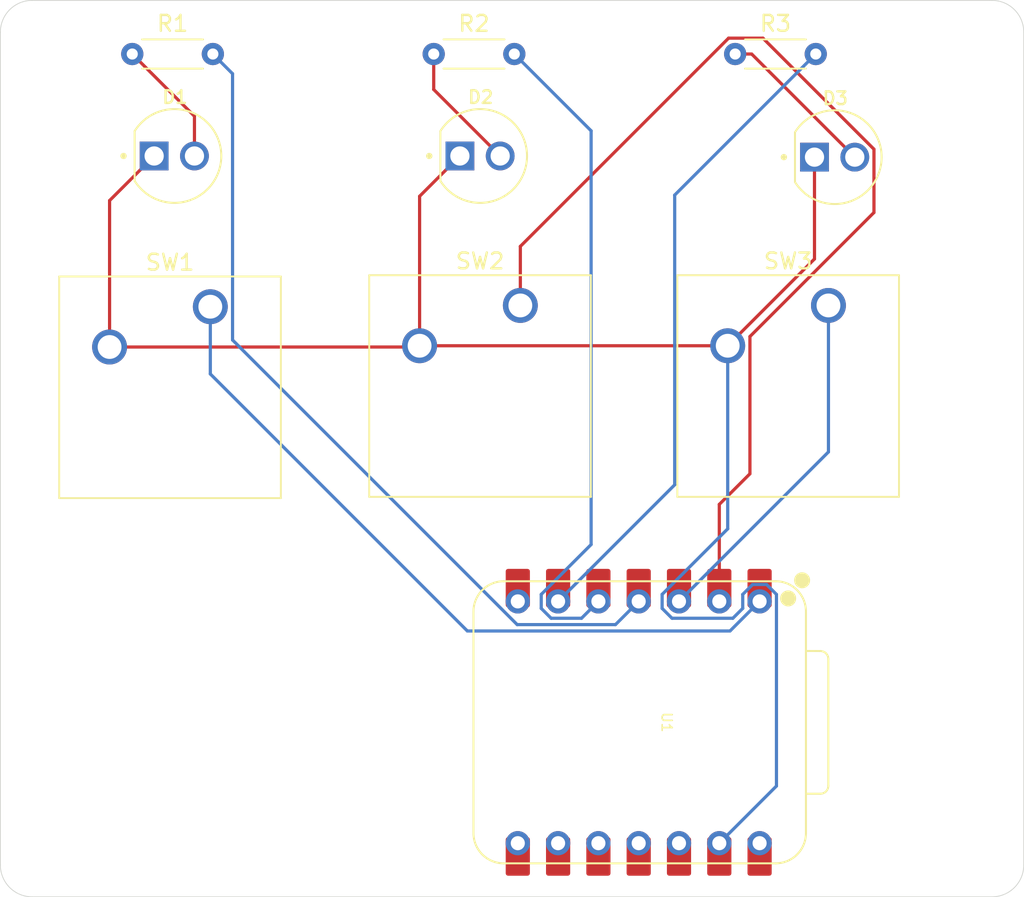
<source format=kicad_pcb>
(kicad_pcb (version 20241229) (generator "pcbnew") (generator_version "9.0")
  (layers (0 "F.Cu" signal) (2 "B.Cu" signal) (13 "F.Paste" user) (15 "B.Paste" user) (5 "F.SilkS" user "F.Silkscreen") (7 "B.SilkS" user "B.Silkscreen") (1 "F.Mask" user) (3 "B.Mask" user) (25 "Edge.Cuts" user))
  (net 0 "")
  (net 1 "GND")
  (net 2 "Net-(D1-PadA)")
  (net 3 "Net-(D2-PadA)")
  (net 4 "Net-(D3-PadA)")
  (net 5 "Led1")
  (net 6 "Led2")
  (net 7 "Led3")
  (net 8 "button1")
  (net 9 "button2")
  (net 10 "button3")
  (footprint "footprints:LEDRD254W57D500H1070" (layer "F.Cu") (at 133.9615 59.8065)
    (property "Reference" "D1" (at 0.04 -3.708 0) (layer "F.SilkS") (effects (font (size 0.8 0.8))))
    (property "Value" "L08R5000Q1")
    (fp_line (start -2.5 -1.566) (end -2.5 1.566) (stroke (width 0.127)) (layer "F.SilkS"))
    (fp_arc (start -2.5 -1.566) (mid 2.961291 0) (end -2.5 1.566) (stroke (width 0.127)) (layer "F.SilkS"))
    (fp_circle (center -3.2 0) (end -3.1 0) (stroke (width 0.2)) (fill no) (layer "F.SilkS"))
    (pad "A" thru_hole circle (at 1.27 0) (size 1.815 1.815) (drill 1.21) (layers "*.Cu" "*.Mask") (net 2 "Net-(D1-PadA)"))
    (pad "C" thru_hole rect (at -1.27 0) (size 1.815 1.815) (drill 1.21) (layers "*.Cu" "*.Mask") (net 1 "GND"))
  )
  (footprint "footprints:XIAO-RP2040-DIP" (layer "F.Cu") (at 163.2315 95.5 -90)
    (property "Reference" "U1" (at 0 -1.7685 270) (layer "F.SilkS") (effects (font (size 0.635 0.635) (thickness 0.1016))))
    (property "Value" "XIAO-RP2040-DIP")
    (fp_line (start -6.985 10.414) (end 6.985 10.414) (stroke (width 0.127)) (layer "F.SilkS"))
    (fp_line (start -8.89 8.509) (end -8.89 -8.636) (stroke (width 0.127)) (layer "F.SilkS"))
    (fp_line (start 8.89 8.509) (end 8.89 -8.636) (stroke (width 0.127)) (layer "F.SilkS"))
    (fp_line (start -4.495 -10.541) (end -4.491272 -11.451272) (stroke (width 0.127)) (layer "F.SilkS"))
    (fp_line (start 6.985 -10.541) (end -6.985 -10.541) (stroke (width 0.1)) (layer "F.SilkS"))
    (fp_line (start 6.985 -10.541) (end -6.985 -10.541) (stroke (width 0.127)) (layer "F.SilkS"))
    (fp_line (start 4.504 -11.451) (end 4.504 -10.541) (stroke (width 0.127)) (layer "F.SilkS"))
    (fp_line (start -3.991272 -11.951) (end 4.004 -11.951) (stroke (width 0.127)) (layer "F.SilkS"))
    (fp_arc (start -6.985 10.414) (mid -8.332038 9.856038) (end -8.89 8.509) (stroke (width 0.127)) (layer "F.SilkS"))
    (fp_arc (start 8.89 8.509) (mid 8.332038 9.856038) (end 6.985 10.414) (stroke (width 0.127)) (layer "F.SilkS"))
    (fp_arc (start -8.89 -8.636) (mid -8.332038 -9.983038) (end -6.985 -10.541) (stroke (width 0.127)) (layer "F.SilkS"))
    (fp_arc (start 6.985 -10.541) (mid 8.332038 -9.983038) (end 8.89 -8.636) (stroke (width 0.127)) (layer "F.SilkS"))
    (fp_arc (start -4.491272 -11.451272) (mid -4.344728 -11.80464) (end -3.991272 -11.951) (stroke (width 0.127)) (layer "F.SilkS"))
    (fp_arc (start 4.004 -11.951) (mid 4.357553 -11.804553) (end 4.504 -11.451) (stroke (width 0.127)) (layer "F.SilkS"))
    (fp_circle (center -7.807 -9.42) (end -7.807 -9.674) (stroke (width 0.5)) (fill yes) (layer "F.SilkS"))
    (fp_circle (center -8.95 -10.3) (end -8.95 -10.554) (stroke (width 0.5)) (fill yes) (layer "F.SilkS"))
    (pad "1" smd roundrect (at -8.455 -7.62 90) (size 2.432 1.524) (layers "F.Cu" "F.Mask") (roundrect_rratio 0.1) (net 8 "button1"))
    (pad "1" thru_hole circle (at -7.62 -7.62 90) (size 1.524 1.524) (drill 0.889) (layers "*.Cu" "*.Mask") (net 8 "button1"))
    (pad "2" smd roundrect (at -8.455 -5.08 90) (size 2.432 1.524) (layers "F.Cu" "F.Mask") (roundrect_rratio 0.1) (net 9 "button2"))
    (pad "2" thru_hole circle (at -7.62 -5.08 90) (size 1.524 1.524) (drill 0.889) (layers "*.Cu" "*.Mask") (net 9 "button2"))
    (pad "3" smd roundrect (at -8.455 -2.54 90) (size 2.432 1.524) (layers "F.Cu" "F.Mask") (roundrect_rratio 0.1) (net 10 "button3"))
    (pad "3" thru_hole circle (at -7.62 -2.54 90) (size 1.524 1.524) (drill 0.889) (layers "*.Cu" "*.Mask") (net 10 "button3"))
    (pad "4" smd roundrect (at -8.455 0 90) (size 2.432 1.524) (layers "F.Cu" "F.Mask") (roundrect_rratio 0.1) (net 5 "Led1"))
    (pad "4" thru_hole circle (at -7.62 0 90) (size 1.524 1.524) (drill 0.889) (layers "*.Cu" "*.Mask") (net 5 "Led1"))
    (pad "5" smd roundrect (at -8.455 2.54 90) (size 2.432 1.524) (layers "F.Cu" "F.Mask") (roundrect_rratio 0.1) (net 6 "Led2"))
    (pad "5" thru_hole circle (at -7.62 2.54 90) (size 1.524 1.524) (drill 0.889) (layers "*.Cu" "*.Mask") (net 6 "Led2"))
    (pad "6" smd roundrect (at -8.455 5.08 90) (size 2.432 1.524) (layers "F.Cu" "F.Mask") (roundrect_rratio 0.1) (net 7 "Led3"))
    (pad "6" thru_hole circle (at -7.62 5.08 90) (size 1.524 1.524) (drill 0.889) (layers "*.Cu" "*.Mask") (net 7 "Led3"))
    (pad "7" smd roundrect (at -8.455 7.62 90) (size 2.432 1.524) (layers "F.Cu" "F.Mask") (roundrect_rratio 0.1))
    (pad "7" thru_hole circle (at -7.62 7.62 90) (size 1.524 1.524) (drill 0.889) (layers "*.Cu" "*.Mask"))
    (pad "8" thru_hole circle (at 7.62 7.62 270) (size 1.524 1.524) (drill 0.889) (layers "*.Cu" "*.Mask"))
    (pad "8" smd roundrect (at 8.455 7.62 270) (size 2.432 1.524) (layers "F.Cu" "F.Mask") (roundrect_rratio 0.1))
    (pad "9" thru_hole circle (at 7.62 5.08 270) (size 1.524 1.524) (drill 0.889) (layers "*.Cu" "*.Mask"))
    (pad "9" smd roundrect (at 8.455 5.08 270) (size 2.432 1.524) (layers "F.Cu" "F.Mask") (roundrect_rratio 0.1))
    (pad "10" thru_hole circle (at 7.62 2.54 270) (size 1.524 1.524) (drill 0.889) (layers "*.Cu" "*.Mask"))
    (pad "10" smd roundrect (at 8.455 2.54 270) (size 2.432 1.524) (layers "F.Cu" "F.Mask") (roundrect_rratio 0.1))
    (pad "11" thru_hole circle (at 7.62 0 270) (size 1.524 1.524) (drill 0.889) (layers "*.Cu" "*.Mask"))
    (pad "11" smd roundrect (at 8.455 0 270) (size 2.432 1.524) (layers "F.Cu" "F.Mask") (roundrect_rratio 0.1))
    (pad "12" thru_hole circle (at 7.62 -2.54 270) (size 1.524 1.524) (drill 0.889) (layers "*.Cu" "*.Mask"))
    (pad "12" smd roundrect (at 8.455 -2.54 270) (size 2.432 1.524) (layers "F.Cu" "F.Mask") (roundrect_rratio 0.1))
    (pad "13" thru_hole circle (at 7.62 -5.08 270) (size 1.524 1.524) (drill 0.889) (layers "*.Cu" "*.Mask") (net 1 "GND"))
    (pad "13" smd roundrect (at 8.455 -5.08 270) (size 2.432 1.524) (layers "F.Cu" "F.Mask") (roundrect_rratio 0.1) (net 1 "GND"))
    (pad "14" thru_hole circle (at 7.62 -7.62 270) (size 1.524 1.524) (drill 0.889) (layers "*.Cu" "*.Mask"))
    (pad "14" smd roundrect (at 8.455 -7.62 270) (size 2.432 1.524) (layers "F.Cu" "F.Mask") (roundrect_rratio 0.1))
  )
  (footprint "Resistor_THT:R_Axial_DIN0204_L3.6mm_D1.6mm_P5.08mm_Horizontal" (layer "F.Cu") (at 169.3115 53.38)
    (property "Reference" "R3" (at 2.54 -1.92 0) (layer "F.SilkS"))
    (property "Value" "R")
    (fp_line (start 0.62 -0.92) (end 4.46 -0.92) (stroke (width 0.12)) (layer "F.SilkS"))
    (fp_line (start 0.62 0.92) (end 4.46 0.92) (stroke (width 0.12)) (layer "F.SilkS"))
    (pad "1" thru_hole circle (at 0 0) (size 1.4 1.4) (drill 0.7) (layers "*.Cu" "*.Mask") (net 4 "Net-(D3-PadA)"))
    (pad "2" thru_hole circle (at 5.08 0) (size 1.4 1.4) (drill 0.7) (layers "*.Cu" "*.Mask") (net 7 "Led3"))
  )
  (footprint "Resistor_THT:R_Axial_DIN0204_L3.6mm_D1.6mm_P5.08mm_Horizontal" (layer "F.Cu") (at 131.3115 53.38)
    (property "Reference" "R1" (at 2.54 -1.92 0) (layer "F.SilkS"))
    (property "Value" "R")
    (fp_line (start 0.62 -0.92) (end 4.46 -0.92) (stroke (width 0.12)) (layer "F.SilkS"))
    (fp_line (start 0.62 0.92) (end 4.46 0.92) (stroke (width 0.12)) (layer "F.SilkS"))
    (pad "1" thru_hole circle (at 0 0) (size 1.4 1.4) (drill 0.7) (layers "*.Cu" "*.Mask") (net 2 "Net-(D1-PadA)"))
    (pad "2" thru_hole circle (at 5.08 0) (size 1.4 1.4) (drill 0.7) (layers "*.Cu" "*.Mask") (net 5 "Led1"))
  )
  (footprint "footprints:LEDRD254W57D500H1070" (layer "F.Cu") (at 153.2315 59.8065)
    (property "Reference" "D2" (at 0.04 -3.708 0) (layer "F.SilkS") (effects (font (size 0.8 0.8))))
    (property "Value" "L08R5000Q1")
    (fp_line (start -2.5 -1.566) (end -2.5 1.566) (stroke (width 0.127)) (layer "F.SilkS"))
    (fp_arc (start -2.5 -1.566) (mid 2.961291 0) (end -2.5 1.566) (stroke (width 0.127)) (layer "F.SilkS"))
    (fp_circle (center -3.2 0) (end -3.1 0) (stroke (width 0.2)) (fill no) (layer "F.SilkS"))
    (pad "A" thru_hole circle (at 1.27 0) (size 1.815 1.815) (drill 1.21) (layers "*.Cu" "*.Mask") (net 3 "Net-(D2-PadA)"))
    (pad "C" thru_hole rect (at -1.27 0) (size 1.815 1.815) (drill 1.21) (layers "*.Cu" "*.Mask") (net 1 "GND"))
  )
  (footprint "Button_Switch_Keyboard:SW_Cherry_MX_1.00u_PCB" (layer "F.Cu") (at 155.7715 69.2265)
    (property "Reference" "SW2" (at -2.54 -2.794 0) (layer "F.SilkS"))
    (property "Value" "SW_Push")
    (fp_line (start -9.525 -1.905) (end 4.445 -1.905) (stroke (width 0.12)) (layer "F.SilkS"))
    (fp_line (start -9.525 12.065) (end -9.525 -1.905) (stroke (width 0.12)) (layer "F.SilkS"))
    (fp_line (start 4.445 -1.905) (end 4.445 12.065) (stroke (width 0.12)) (layer "F.SilkS"))
    (fp_line (start 4.445 12.065) (end -9.525 12.065) (stroke (width 0.12)) (layer "F.SilkS"))
    (pad "" np_thru_hole circle (at -7.62 5.08) (size 1.7 1.7) (drill 1.7) (layers "*.Cu" "*.Mask"))
    (pad "" np_thru_hole circle (at -2.54 5.08) (size 4 4) (drill 4) (layers "*.Cu" "*.Mask"))
    (pad "" np_thru_hole circle (at 2.54 5.08) (size 1.7 1.7) (drill 1.7) (layers "*.Cu" "*.Mask"))
    (pad "1" thru_hole circle (at 0 0) (size 2.2 2.2) (drill 1.5) (layers "*.Cu" "*.Mask") (net 9 "button2"))
    (pad "2" thru_hole circle (at -6.35 2.54) (size 2.2 2.2) (drill 1.5) (layers "*.Cu" "*.Mask") (net 1 "GND"))
  )
  (footprint "Button_Switch_Keyboard:SW_Cherry_MX_1.00u_PCB" (layer "F.Cu") (at 136.2315 69.3065)
    (property "Reference" "SW1" (at -2.54 -2.794 0) (layer "F.SilkS"))
    (property "Value" "SW_Push")
    (fp_line (start -9.525 -1.905) (end 4.445 -1.905) (stroke (width 0.12)) (layer "F.SilkS"))
    (fp_line (start -9.525 12.065) (end -9.525 -1.905) (stroke (width 0.12)) (layer "F.SilkS"))
    (fp_line (start 4.445 -1.905) (end 4.445 12.065) (stroke (width 0.12)) (layer "F.SilkS"))
    (fp_line (start 4.445 12.065) (end -9.525 12.065) (stroke (width 0.12)) (layer "F.SilkS"))
    (pad "" np_thru_hole circle (at -7.62 5.08) (size 1.7 1.7) (drill 1.7) (layers "*.Cu" "*.Mask"))
    (pad "" np_thru_hole circle (at -2.54 5.08) (size 4 4) (drill 4) (layers "*.Cu" "*.Mask"))
    (pad "" np_thru_hole circle (at 2.54 5.08) (size 1.7 1.7) (drill 1.7) (layers "*.Cu" "*.Mask"))
    (pad "1" thru_hole circle (at 0 0) (size 2.2 2.2) (drill 1.5) (layers "*.Cu" "*.Mask") (net 8 "button1"))
    (pad "2" thru_hole circle (at -6.35 2.54) (size 2.2 2.2) (drill 1.5) (layers "*.Cu" "*.Mask") (net 1 "GND"))
  )
  (footprint "Resistor_THT:R_Axial_DIN0204_L3.6mm_D1.6mm_P5.08mm_Horizontal" (layer "F.Cu") (at 150.3115 53.38)
    (property "Reference" "R2" (at 2.54 -1.92 0) (layer "F.SilkS"))
    (property "Value" "R")
    (fp_line (start 0.62 -0.92) (end 4.46 -0.92) (stroke (width 0.12)) (layer "F.SilkS"))
    (fp_line (start 0.62 0.92) (end 4.46 0.92) (stroke (width 0.12)) (layer "F.SilkS"))
    (pad "1" thru_hole circle (at 0 0) (size 1.4 1.4) (drill 0.7) (layers "*.Cu" "*.Mask") (net 3 "Net-(D2-PadA)"))
    (pad "2" thru_hole circle (at 5.08 0) (size 1.4 1.4) (drill 0.7) (layers "*.Cu" "*.Mask") (net 6 "Led2"))
  )
  (footprint "Button_Switch_Keyboard:SW_Cherry_MX_1.00u_PCB" (layer "F.Cu") (at 175.1915 69.2265)
    (property "Reference" "SW3" (at -2.54 -2.794 0) (layer "F.SilkS"))
    (property "Value" "SW_Push")
    (fp_line (start -9.525 -1.905) (end 4.445 -1.905) (stroke (width 0.12)) (layer "F.SilkS"))
    (fp_line (start -9.525 12.065) (end -9.525 -1.905) (stroke (width 0.12)) (layer "F.SilkS"))
    (fp_line (start 4.445 -1.905) (end 4.445 12.065) (stroke (width 0.12)) (layer "F.SilkS"))
    (fp_line (start 4.445 12.065) (end -9.525 12.065) (stroke (width 0.12)) (layer "F.SilkS"))
    (pad "" np_thru_hole circle (at -7.62 5.08) (size 1.7 1.7) (drill 1.7) (layers "*.Cu" "*.Mask"))
    (pad "" np_thru_hole circle (at -2.54 5.08) (size 4 4) (drill 4) (layers "*.Cu" "*.Mask"))
    (pad "" np_thru_hole circle (at 2.54 5.08) (size 1.7 1.7) (drill 1.7) (layers "*.Cu" "*.Mask"))
    (pad "1" thru_hole circle (at 0 0) (size 2.2 2.2) (drill 1.5) (layers "*.Cu" "*.Mask") (net 10 "button3"))
    (pad "2" thru_hole circle (at -6.35 2.54) (size 2.2 2.2) (drill 1.5) (layers "*.Cu" "*.Mask") (net 1 "GND"))
  )
  (footprint "footprints:LEDRD254W57D500H1070" (layer "F.Cu") (at 175.5815 59.88)
    (property "Reference" "D3" (at 0.04 -3.708 0) (layer "F.SilkS") (effects (font (size 0.8 0.8))))
    (property "Value" "L08R5000Q1")
    (fp_line (start -2.5 -1.566) (end -2.5 1.566) (stroke (width 0.127)) (layer "F.SilkS"))
    (fp_arc (start -2.5 -1.566) (mid 2.961291 0) (end -2.5 1.566) (stroke (width 0.127)) (layer "F.SilkS"))
    (fp_circle (center -3.2 0) (end -3.1 0) (stroke (width 0.2)) (fill no) (layer "F.SilkS"))
    (pad "A" thru_hole circle (at 1.27 0) (size 1.815 1.815) (drill 1.21) (layers "*.Cu" "*.Mask") (net 4 "Net-(D3-PadA)"))
    (pad "C" thru_hole rect (at -1.27 0) (size 1.815 1.815) (drill 1.21) (layers "*.Cu" "*.Mask") (net 1 "GND"))
  )
  (gr_arc (start 123 52) (mid 123.585786 50.585786) (end 125 50) (stroke (width 0.05)) (layer "Edge.Cuts"))
  (gr_line (start 187.5 52) (end 187.5 104.5) (stroke (width 0.05)) (layer "Edge.Cuts"))
  (gr_arc (start 187.5 104.5) (mid 186.914214 105.914214) (end 185.5 106.5) (stroke (width 0.05)) (layer "Edge.Cuts"))
  (gr_arc (start 125 106.5) (mid 123.585786 105.914214) (end 123 104.5) (stroke (width 0.05)) (layer "Edge.Cuts"))
  (gr_line (start 123 104.5) (end 123 52) (stroke (width 0.05)) (layer "Edge.Cuts"))
  (gr_line (start 125 50) (end 185.5 50) (stroke (width 0.05)) (layer "Edge.Cuts"))
  (gr_arc (start 185.5 50) (mid 186.914214 50.585786) (end 187.5 52) (stroke (width 0.05)) (layer "Edge.Cuts"))
  (gr_line (start 185.5 106.5) (end 125 106.5) (stroke (width 0.05)) (layer "Edge.Cuts"))
  (segment (start 168.8415 71.7665) (end 149.4215 71.7665) (width 0.2) (layer "F.Cu") (net 1))
  (segment (start 149.4215 62.3465) (end 151.9615 59.8065) (width 0.2) (layer "F.Cu") (net 1))
  (segment (start 149.3415 71.8465) (end 149.4215 71.7665) (width 0.2) (layer "F.Cu") (net 1))
  (segment (start 149.4215 71.7665) (end 149.4215 62.3465) (width 0.2) (layer "F.Cu") (net 1))
  (segment (start 168.8415 71.7665) (end 174.3115 66.2965) (width 0.2) (layer "F.Cu") (net 1))
  (segment (start 129.8815 71.8465) (end 129.8815 62.6165) (width 0.2) (layer "F.Cu") (net 1))
  (segment (start 129.8815 71.8465) (end 149.3415 71.8465) (width 0.2) (layer "F.Cu") (net 1))
  (segment (start 129.8815 62.6165) (end 132.6915 59.8065) (width 0.2) (layer "F.Cu") (net 1))
  (segment (start 174.3115 66.2965) (end 174.3115 59.88) (width 0.2) (layer "F.Cu") (net 1))
  (segment (start 171.9145 99.517) (end 168.3115 103.12) (width 0.2) (layer "B.Cu") (net 1))
  (segment (start 171.9145 87.43969) (end 171.9145 99.517) (width 0.2) (layer "B.Cu") (net 1))
  (segment (start 170.41119 86.817) (end 171.29181 86.817) (width 0.2) (layer "B.Cu") (net 1))
  (segment (start 169.7885 87.43969) (end 170.41119 86.817) (width 0.2) (layer "B.Cu") (net 1))
  (segment (start 169.16581 88.943) (end 169.7885 88.32031) (width 0.2) (layer "B.Cu") (net 1))
  (segment (start 171.29181 86.817) (end 171.9145 87.43969) (width 0.2) (layer "B.Cu") (net 1))
  (segment (start 164.7085 87.43969) (end 164.7085 88.32031) (width 0.2) (layer "B.Cu") (net 1))
  (segment (start 168.8415 71.7665) (end 168.8415 83.30669) (width 0.2) (layer "B.Cu") (net 1))
  (segment (start 164.7085 88.32031) (end 165.33119 88.943) (width 0.2) (layer "B.Cu") (net 1))
  (segment (start 169.7885 88.32031) (end 169.7885 87.43969) (width 0.2) (layer "B.Cu") (net 1))
  (segment (start 168.8415 83.30669) (end 164.7085 87.43969) (width 0.2) (layer "B.Cu") (net 1))
  (segment (start 165.33119 88.943) (end 169.16581 88.943) (width 0.2) (layer "B.Cu") (net 1))
  (segment (start 135.2315 57.3) (end 135.2315 59.8065) (width 0.2) (layer "F.Cu") (net 2))
  (segment (start 131.3115 53.38) (end 135.2315 57.3) (width 0.2) (layer "F.Cu") (net 2))
  (segment (start 150.3115 55.6165) (end 154.5015 59.8065) (width 0.2) (layer "F.Cu") (net 3))
  (segment (start 150.3115 53.38) (end 150.3115 55.6165) (width 0.2) (layer "F.Cu") (net 3))
  (segment (start 170.3515 53.38) (end 176.8515 59.88) (width 0.2) (layer "F.Cu") (net 4))
  (segment (start 169.3115 53.38) (end 170.3515 53.38) (width 0.2) (layer "F.Cu") (net 4))
  (segment (start 155.57219 89.344) (end 161.7675 89.344) (width 0.2) (layer "B.Cu") (net 5))
  (segment (start 136.3915 53.38) (end 137.6325 54.621) (width 0.2) (layer "B.Cu") (net 5))
  (segment (start 137.6325 71.40431) (end 155.57219 89.344) (width 0.2) (layer "B.Cu") (net 5))
  (segment (start 161.7675 89.344) (end 163.2315 87.88) (width 0.2) (layer "B.Cu") (net 5))
  (segment (start 137.6325 54.621) (end 137.6325 71.40431) (width 0.2) (layer "B.Cu") (net 5))
  (segment (start 157.0885 88.32031) (end 157.71119 88.943) (width 0.2) (layer "B.Cu") (net 6))
  (segment (start 157.0885 87.43969) (end 157.0885 88.32031) (width 0.2) (layer "B.Cu") (net 6))
  (segment (start 160.2322 84.29599) (end 157.0885 87.43969) (width 0.2) (layer "B.Cu") (net 6))
  (segment (start 159.6285 88.943) (end 160.6915 87.88) (width 0.2) (layer "B.Cu") (net 6))
  (segment (start 155.3915 53.38) (end 160.2322 58.2207) (width 0.2) (layer "B.Cu") (net 6))
  (segment (start 157.71119 88.943) (end 159.6285 88.943) (width 0.2) (layer "B.Cu") (net 6))
  (segment (start 160.2322 58.2207) (end 160.2322 84.29599) (width 0.2) (layer "B.Cu") (net 6))
  (segment (start 174.3915 53.38) (end 165.5 62.2715) (width 0.2) (layer "B.Cu") (net 7))
  (segment (start 165.5 80.5315) (end 158.1515 87.88) (width 0.2) (layer "B.Cu") (net 7))
  (segment (start 165.5 62.2715) (end 165.5 80.5315) (width 0.2) (layer "B.Cu") (net 7))
  (segment (start 152.43153 89.745) (end 168.9865 89.745) (width 0.2) (layer "B.Cu") (net 8))
  (segment (start 136.2315 69.3065) (end 136.2315 73.54497) (width 0.2) (layer "B.Cu") (net 8))
  (segment (start 136.2315 73.54497) (end 152.43153 89.745) (width 0.2) (layer "B.Cu") (net 8))
  (segment (start 168.9865 89.745) (end 170.8515 87.88) (width 0.2) (layer "B.Cu") (net 8))
  (segment (start 178.06 59.379422) (end 178.06 63.368686) (width 0.2) (layer "F.Cu") (net 9))
  (segment (start 155.7715 65.504372) (end 168.896872 52.379) (width 0.2) (layer "F.Cu") (net 9))
  (segment (start 170.2425 71.186186) (end 170.2425 79.8355) (width 0.2) (layer "F.Cu") (net 9))
  (segment (start 178.06 63.368686) (end 170.2425 71.186186) (width 0.2) (layer "F.Cu") (net 9))
  (segment (start 168.3115 81.7665) (end 168.3115 87.88) (width 0.2) (layer "F.Cu") (net 9))
  (segment (start 170.2425 79.8355) (end 168.3115 81.7665) (width 0.2) (layer "F.Cu") (net 9))
  (segment (start 168.896872 52.379) (end 171.059578 52.379) (width 0.2) (layer "F.Cu") (net 9))
  (segment (start 155.7715 69.2265) (end 155.7715 65.504372) (width 0.2) (layer "F.Cu") (net 9))
  (segment (start 171.059578 52.379) (end 178.06 59.379422) (width 0.2) (layer "F.Cu") (net 9))
  (segment (start 175.1915 69.2265) (end 175.1915 78.46) (width 0.2) (layer "B.Cu") (net 10))
  (segment (start 175.1915 78.46) (end 165.7715 87.88) (width 0.2) (layer "B.Cu") (net 10))
)
</source>
